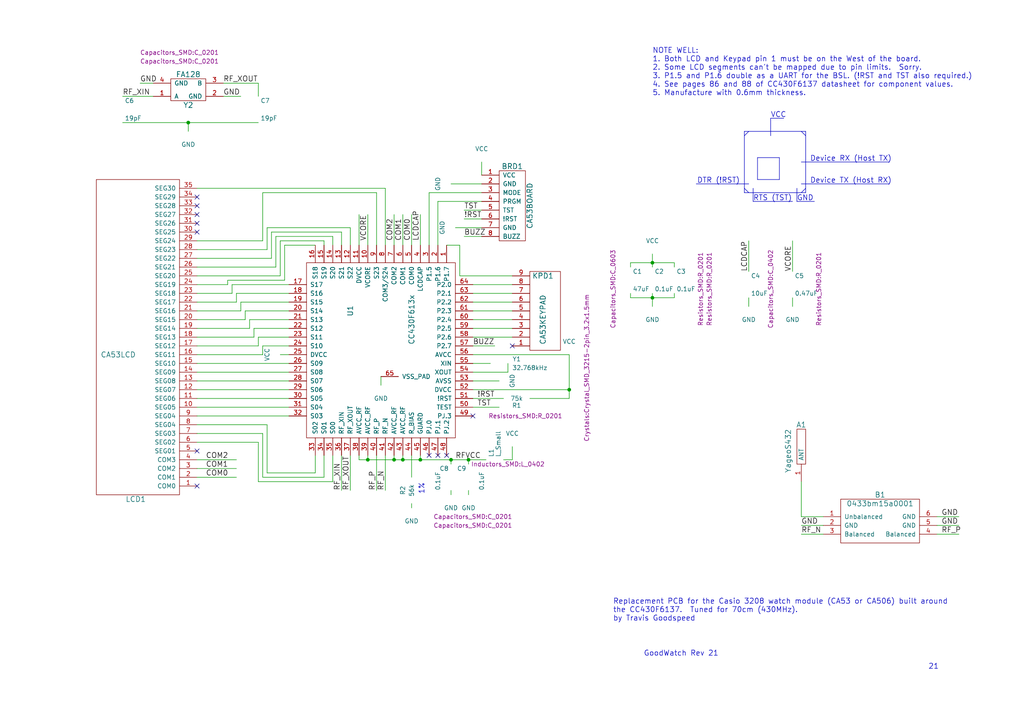
<source format=kicad_sch>
(kicad_sch (version 20230121) (generator eeschema)
  (paper "A4")
  (lib_symbols
    (symbol "goodwatch21:0433bm15a0001" (pin_names (offset 1.016))
      (property "Reference" "U" (at -1.27 10.16 0))
      (property "Value" "0433bm15a0001" (at -1.27 7.62 0))
      (symbol "0433bm15a0001_0_1"
        (rectangle (start -12.7 -3.81) (end 10.16 8.89))
      )
      (symbol "0433bm15a0001_1_1"
        (pin input line (at -17.78 3.81 0) (length 5.08) (name "Unbalanced") (number "1"))
        (pin input line (at -17.78 1.27 0) (length 5.08) (name "GND") (number "2"))
        (pin input line (at -17.78 -1.27 0) (length 5.08) (name "Balanced") (number "3"))
        (pin input line (at 15.24 -1.27 180) (length 5.08) (name "Balanced") (number "4"))
        (pin input line (at 15.24 1.27 180) (length 5.08) (name "GND") (number "5"))
        (pin input line (at 15.24 3.81 180) (length 5.08) (name "GND") (number "6"))
      )
    )
    (symbol "goodwatch21:CA53BOARD" (pin_names (offset 1.016))
      (property "Reference" "BRD" (at 12.7 -7.62 0))
      (property "Value" "CA53BOARD" (at 11.43 17.78 0))
      (symbol "CA53BOARD_0_1"
        (rectangle (start 8.89 -6.35) (end 16.51 13.97))
      )
      (symbol "CA53BOARD_1_1"
        (pin power_out line (at 3.81 12.7 0) (length 5.08) (name "VCC") (number "1"))
        (pin power_out line (at 3.81 10.16 0) (length 5.08) (name "GND") (number "2"))
        (pin output line (at 3.81 7.62 0) (length 5.08) (name "MODE") (number "3"))
        (pin output line (at 3.81 5.08 0) (length 5.08) (name "PRGM") (number "4"))
        (pin input line (at 3.81 2.54 0) (length 5.08) (name "TST") (number "5"))
        (pin input line (at 3.81 0 0) (length 5.08) (name "!RST") (number "6"))
        (pin input line (at 3.81 -2.54 0) (length 5.08) (name "GND") (number "7"))
        (pin input line (at 3.81 -5.08 0) (length 5.08) (name "BUZZ") (number "8"))
      )
    )
    (symbol "goodwatch21:CA53KEYPAD" (pin_names (offset 1.016))
      (property "Reference" "KPD" (at 3.81 -10.16 0))
      (property "Value" "CA53KEYPAD" (at 3.81 2.54 90))
      (symbol "CA53KEYPAD_0_1"
        (rectangle (start 0 11.43) (end 8.89 -11.43))
      )
      (symbol "CA53KEYPAD_1_1"
        (pin input line (at -5.08 10.16 0) (length 5.08) (name "~") (number "1"))
        (pin input line (at -5.08 7.62 0) (length 5.08) (name "~") (number "2"))
        (pin input line (at -5.08 5.08 0) (length 5.08) (name "~") (number "3"))
        (pin input line (at -5.08 2.54 0) (length 5.08) (name "~") (number "4"))
        (pin input line (at -5.08 0 0) (length 5.08) (name "~") (number "5"))
        (pin input line (at -5.08 -2.54 0) (length 5.08) (name "~") (number "6"))
        (pin input line (at -5.08 -5.08 0) (length 5.08) (name "~") (number "7"))
        (pin input line (at -5.08 -7.62 0) (length 5.08) (name "~") (number "8"))
        (pin input line (at -5.08 -10.16 0) (length 5.08) (name "~") (number "9"))
      )
    )
    (symbol "goodwatch21:CA53LCD" (pin_names (offset 1.016))
      (property "Reference" "LCD" (at -5.08 45.72 0))
      (property "Value" "CA53LCD" (at 0 3.81 0))
      (symbol "CA53LCD_0_1"
        (rectangle (start 6.35 -46.99) (end -17.78 44.45))
      )
      (symbol "CA53LCD_1_1"
        (pin input line (at -22.86 41.91 0) (length 5.08) (name "COM0") (number "1"))
        (pin input line (at -22.86 19.05 0) (length 5.08) (name "SEG05") (number "10"))
        (pin input line (at -22.86 16.51 0) (length 5.08) (name "SEG06") (number "11"))
        (pin input line (at -22.86 13.97 0) (length 5.08) (name "SEG07") (number "12"))
        (pin input line (at -22.86 11.43 0) (length 5.08) (name "SEG08") (number "13"))
        (pin input line (at -22.86 8.89 0) (length 5.08) (name "SEG09") (number "14"))
        (pin input line (at -22.86 6.35 0) (length 5.08) (name "SEG10") (number "15"))
        (pin input line (at -22.86 3.81 0) (length 5.08) (name "SEG11") (number "16"))
        (pin input line (at -22.86 1.27 0) (length 5.08) (name "SEG12") (number "17"))
        (pin input line (at -22.86 -1.27 0) (length 5.08) (name "SEG13") (number "18"))
        (pin input line (at -22.86 -3.81 0) (length 5.08) (name "SEG14") (number "19"))
        (pin input line (at -22.86 39.37 0) (length 5.08) (name "COM1") (number "2"))
        (pin input line (at -22.86 -6.35 0) (length 5.08) (name "SEG15") (number "20"))
        (pin input line (at -22.86 -8.89 0) (length 5.08) (name "SEG16") (number "21"))
        (pin input line (at -22.86 -11.43 0) (length 5.08) (name "SEG17") (number "22"))
        (pin input line (at -22.86 -13.97 0) (length 5.08) (name "SEG18") (number "23"))
        (pin input line (at -22.86 -16.51 0) (length 5.08) (name "SEG19") (number "24"))
        (pin input line (at -22.86 -19.05 0) (length 5.08) (name "SEG20") (number "25"))
        (pin input line (at -22.86 -21.59 0) (length 5.08) (name "SEG21") (number "26"))
        (pin input line (at -22.86 -24.13 0) (length 5.08) (name "SEG22") (number "27"))
        (pin input line (at -22.86 -26.67 0) (length 5.08) (name "SEG23") (number "28"))
        (pin input line (at -22.86 -29.21 0) (length 5.08) (name "SEG24") (number "29"))
        (pin input line (at -22.86 36.83 0) (length 5.08) (name "COM2") (number "3"))
        (pin input line (at -22.86 -31.75 0) (length 5.08) (name "SEG25") (number "30"))
        (pin input line (at -22.86 -34.29 0) (length 5.08) (name "SEG26") (number "31"))
        (pin input line (at -22.86 -36.83 0) (length 5.08) (name "SEG27") (number "32"))
        (pin input line (at -22.86 -39.37 0) (length 5.08) (name "SEG28") (number "33"))
        (pin input line (at -22.86 -41.91 0) (length 5.08) (name "SEG29") (number "34"))
        (pin input line (at -22.86 -44.45 0) (length 5.08) (name "SEG30") (number "35"))
        (pin input line (at -22.86 34.29 0) (length 5.08) (name "COM3") (number "4"))
        (pin input line (at -22.86 31.75 0) (length 5.08) (name "SEG01") (number "5"))
        (pin input line (at -22.86 29.21 0) (length 5.08) (name "SEG02") (number "6"))
        (pin input line (at -22.86 26.67 0) (length 5.08) (name "SEG03") (number "7"))
        (pin input line (at -22.86 24.13 0) (length 5.08) (name "SEG04") (number "8"))
        (pin input line (at -22.86 21.59 0) (length 5.08) (name "SEG04") (number "9"))
      )
    )
    (symbol "goodwatch21:CC430F613x" (pin_names (offset 1.016))
      (property "Reference" "U" (at -11.43 -8.89 0))
      (property "Value" "CC430F613x" (at -8.89 8.89 0))
      (symbol "CC430F613x_0_1"
        (rectangle (start 25.4 -21.59) (end -25.4 21.59))
      )
      (symbol "CC430F613x_1_1"
        (pin tri_state line (at -30.48 19.05 0) (length 5.08) (name "P1.7") (number "1"))
        (pin power_out line (at -30.48 -3.81 0) (length 5.08) (name "VCORE") (number "10"))
        (pin power_in line (at -30.48 -6.35 0) (length 5.08) (name "DVCC") (number "11"))
        (pin output line (at -30.48 -8.89 0) (length 5.08) (name "S22") (number "12"))
        (pin output line (at -30.48 -11.43 0) (length 5.08) (name "S21") (number "13"))
        (pin output line (at -30.48 -13.97 0) (length 5.08) (name "S20") (number "14"))
        (pin output line (at -30.48 -16.51 0) (length 5.08) (name "S19") (number "15"))
        (pin output line (at -30.48 -19.05 0) (length 5.08) (name "S18") (number "16"))
        (pin output line (at -19.05 -26.67 90) (length 5.08) (name "S17") (number "17"))
        (pin output line (at -16.51 -26.67 90) (length 5.08) (name "S16") (number "18"))
        (pin output line (at -13.97 -26.67 90) (length 5.08) (name "S15") (number "19"))
        (pin tri_state line (at -30.48 16.51 0) (length 5.08) (name "P1.6") (number "2"))
        (pin output line (at -11.43 -26.67 90) (length 5.08) (name "S14") (number "20"))
        (pin output line (at -8.89 -26.67 90) (length 5.08) (name "S13") (number "21"))
        (pin output line (at -6.35 -26.67 90) (length 5.08) (name "S12") (number "22"))
        (pin output line (at -3.81 -26.67 90) (length 5.08) (name "S11") (number "23"))
        (pin output line (at -1.27 -26.67 90) (length 5.08) (name "S10") (number "24"))
        (pin power_in line (at 1.27 -26.67 90) (length 5.08) (name "DVCC") (number "25"))
        (pin output line (at 3.81 -26.67 90) (length 5.08) (name "S09") (number "26"))
        (pin output line (at 6.35 -26.67 90) (length 5.08) (name "S08") (number "27"))
        (pin output line (at 8.89 -26.67 90) (length 5.08) (name "S07") (number "28"))
        (pin output line (at 11.43 -26.67 90) (length 5.08) (name "S06") (number "29"))
        (pin tri_state line (at -30.48 13.97 0) (length 5.08) (name "P1.5") (number "3"))
        (pin output line (at 13.97 -26.67 90) (length 5.08) (name "S05") (number "30"))
        (pin output line (at 16.51 -26.67 90) (length 5.08) (name "S04") (number "31"))
        (pin output line (at 19.05 -26.67 90) (length 5.08) (name "S03") (number "32"))
        (pin output line (at 30.48 -19.05 180) (length 5.08) (name "S02") (number "33"))
        (pin output line (at 30.48 -16.51 180) (length 5.08) (name "S01") (number "34"))
        (pin output line (at 30.48 -13.97 180) (length 5.08) (name "S00") (number "35"))
        (pin input line (at 30.48 -11.43 180) (length 5.08) (name "RF_XIN") (number "36"))
        (pin input line (at 30.48 -8.89 180) (length 5.08) (name "RF_XOUT") (number "37"))
        (pin power_in line (at 30.48 -6.35 180) (length 5.08) (name "AVCC_RF") (number "38"))
        (pin power_in line (at 30.48 -3.81 180) (length 5.08) (name "AVCC_RF") (number "39"))
        (pin input line (at -30.48 11.43 0) (length 5.08) (name "LCDCAP") (number "4"))
        (pin output line (at 30.48 -1.27 180) (length 5.08) (name "RF_P") (number "40"))
        (pin output line (at 30.48 1.27 180) (length 5.08) (name "RF_N") (number "41"))
        (pin power_in line (at 30.48 3.81 180) (length 5.08) (name "AVCC_RF") (number "42"))
        (pin power_in line (at 30.48 6.35 180) (length 5.08) (name "AVCC_RF") (number "43"))
        (pin input line (at 30.48 8.89 180) (length 5.08) (name "R_BIAS") (number "44"))
        (pin input line (at 30.48 11.43 180) (length 5.08) (name "GUARD") (number "45"))
        (pin tri_state line (at 30.48 13.97 180) (length 5.08) (name "PJ.0") (number "46"))
        (pin tri_state line (at 30.48 16.51 180) (length 5.08) (name "PJ.1") (number "47"))
        (pin tri_state line (at 30.48 19.05 180) (length 5.08) (name "PJ.2") (number "48"))
        (pin tri_state line (at 19.05 26.67 270) (length 5.08) (name "PJ.3") (number "49"))
        (pin output line (at -30.48 8.89 0) (length 5.08) (name "COM0") (number "5"))
        (pin input line (at 16.51 26.67 270) (length 5.08) (name "TEST") (number "50"))
        (pin input line (at 13.97 26.67 270) (length 5.08) (name "!RST") (number "51"))
        (pin power_in line (at 11.43 26.67 270) (length 5.08) (name "DVCC") (number "52"))
        (pin power_in line (at 8.89 26.67 270) (length 5.08) (name "AVSS") (number "53"))
        (pin output line (at 6.35 26.67 270) (length 5.08) (name "XOUT") (number "54"))
        (pin input line (at 3.81 26.67 270) (length 5.08) (name "XIN") (number "55"))
        (pin power_in line (at 1.27 26.67 270) (length 5.08) (name "AVCC") (number "56"))
        (pin tri_state line (at -1.27 26.67 270) (length 5.08) (name "P2.7") (number "57"))
        (pin tri_state line (at -3.81 26.67 270) (length 5.08) (name "P2.6") (number "58"))
        (pin tri_state line (at -6.35 26.67 270) (length 5.08) (name "P2.5") (number "59"))
        (pin output line (at -30.48 6.35 0) (length 5.08) (name "COM1") (number "6"))
        (pin tri_state line (at -8.89 26.67 270) (length 5.08) (name "P2.4") (number "60"))
        (pin tri_state line (at -11.43 26.67 270) (length 5.08) (name "P2.3") (number "61"))
        (pin tri_state line (at -13.97 26.67 270) (length 5.08) (name "P2.2") (number "62"))
        (pin tri_state line (at -16.51 26.67 270) (length 5.08) (name "P2.1") (number "63"))
        (pin tri_state line (at -19.05 26.67 270) (length 5.08) (name "P2.0") (number "64"))
        (pin power_in line (at 7.62 0 90) (length 5.08) (name "VSS_PAD") (number "65"))
        (pin output line (at -30.48 3.81 0) (length 5.08) (name "COM2") (number "7"))
        (pin output line (at -30.48 1.27 0) (length 5.08) (name "COM3/S24") (number "8"))
        (pin output line (at -30.48 -1.27 0) (length 5.08) (name "S23") (number "9"))
      )
    )
    (symbol "goodwatch21:FA128" (pin_names (offset 1.016))
      (property "Reference" "X" (at 0 -5.08 0))
      (property "Value" "FA128" (at 0 3.81 0))
      (symbol "FA128_0_1"
        (rectangle (start -5.08 -3.81) (end 5.08 2.54))
      )
      (symbol "FA128_1_1"
        (pin input line (at -10.16 -2.54 0) (length 5.08) (name "A") (number "1"))
        (pin input line (at 10.16 -2.54 180) (length 5.08) (name "GND") (number "2"))
        (pin input line (at 10.16 1.27 180) (length 5.08) (name "B") (number "3"))
        (pin input line (at -10.16 1.27 0) (length 5.08) (name "GND") (number "4"))
      )
    )
    (symbol "goodwatch21:YageoS432" (pin_names (offset 1.016))
      (property "Reference" "A" (at 0 -7.62 0))
      (property "Value" "YageoS432" (at -3.81 2.54 90))
      (symbol "YageoS432_0_1"
        (rectangle (start -1.27 -1.27) (end 1.27 8.89))
      )
      (symbol "YageoS432_1_1"
        (pin input line (at 0 -6.35 90) (length 5.08) (name "ANT") (number "1"))
      )
    )
  )
  (junction (at 121.92 133.35))
  (junction (at 165.1 113.03))
  (junction (at 135.89 133.35))
  (junction (at 106.68 133.35))
  (junction (at 130.81 133.35))
  (junction (at 189.23 76.2))
  (junction (at 189.23 86.36))
  (junction (at 116.84 133.35))
  (junction (at 114.3 133.35))
  (junction (at 54.61 35.56))
  (no_connect (at 148.59 100.33))
  (no_connect (at 57.15 62.23))
  (no_connect (at 57.15 64.77))
  (no_connect (at 57.15 59.69))
  (no_connect (at 57.15 140.97))
  (no_connect (at 127 132.08))
  (no_connect (at 124.46 132.08))
  (no_connect (at 129.54 132.08))
  (no_connect (at 137.16 120.65))
  (no_connect (at 57.15 130.81))
  (no_connect (at 57.15 67.31))
  (no_connect (at 57.15 57.15))
  (wire (pts (xy 91.44 132.08) (xy 91.44 137.16)))
  (polyline (pts (xy 226.06 45.72) (xy 226.06 52.07)))
  (wire (pts (xy 83.82 82.55) (xy 67.31 82.55)))
  (wire (pts (xy 91.44 137.16) (xy 77.47 137.16)))
  (wire (pts (xy 137.16 100.33) (xy 143.51 100.33)))
  (wire (pts (xy 182.88 77.47) (xy 182.88 76.2)))
  (polyline (pts (xy 218.44 54.61) (xy 218.44 58.42)))
  (wire (pts (xy 72.39 92.71) (xy 72.39 95.25)))
  (wire (pts (xy 66.04 81.28) (xy 66.04 82.55)))
  (wire (pts (xy 127 71.12) (xy 127 58.42)))
  (wire (pts (xy 229.87 78.74) (xy 229.87 69.85)))
  (wire (pts (xy 101.6 66.04) (xy 77.47 66.04)))
  (wire (pts (xy 217.17 88.9) (xy 217.17 86.36)))
  (wire (pts (xy 64.77 24.13) (xy 74.93 24.13)))
  (polyline (pts (xy 232.41 46.99) (xy 257.81 46.99)))
  (wire (pts (xy 76.2 125.73) (xy 57.15 125.73)))
  (wire (pts (xy 116.84 132.08) (xy 116.84 133.35)))
  (wire (pts (xy 76.2 102.87) (xy 57.15 102.87)))
  (wire (pts (xy 189.23 85.09) (xy 189.23 86.36)))
  (wire (pts (xy 73.66 97.79) (xy 57.15 97.79)))
  (wire (pts (xy 271.78 149.86) (xy 278.13 149.86)))
  (wire (pts (xy 83.82 85.09) (xy 68.58 85.09)))
  (wire (pts (xy 74.93 24.13) (xy 74.93 27.94)))
  (wire (pts (xy 96.52 139.7) (xy 74.93 139.7)))
  (polyline (pts (xy 218.44 58.42) (xy 229.87 58.42)))
  (wire (pts (xy 80.01 77.47) (xy 57.15 77.47)))
  (polyline (pts (xy 201.93 53.34) (xy 217.17 53.34)))
  (wire (pts (xy 114.3 132.08) (xy 114.3 133.35)))
  (wire (pts (xy 139.7 53.34) (xy 130.81 53.34)))
  (wire (pts (xy 124.46 71.12) (xy 124.46 55.88)))
  (wire (pts (xy 114.3 133.35) (xy 116.84 133.35)))
  (wire (pts (xy 106.68 62.23) (xy 106.68 71.12)))
  (wire (pts (xy 57.15 138.43) (xy 68.58 138.43)))
  (wire (pts (xy 116.84 133.35) (xy 121.92 133.35)))
  (wire (pts (xy 57.15 135.89) (xy 68.58 135.89)))
  (wire (pts (xy 106.68 132.08) (xy 106.68 133.35)))
  (polyline (pts (xy 233.68 39.37) (xy 232.41 38.1)))
  (wire (pts (xy 148.59 133.35) (xy 148.59 129.54)))
  (wire (pts (xy 93.98 132.08) (xy 93.98 138.43)))
  (wire (pts (xy 57.15 133.35) (xy 68.58 133.35)))
  (polyline (pts (xy 215.9 55.88) (xy 215.9 38.1)))
  (wire (pts (xy 83.82 115.57) (xy 57.15 115.57)))
  (wire (pts (xy 81.28 102.87) (xy 83.82 102.87)))
  (wire (pts (xy 71.12 90.17) (xy 71.12 92.71)))
  (wire (pts (xy 135.89 133.35) (xy 140.97 133.35)))
  (wire (pts (xy 165.1 115.57) (xy 153.67 115.57)))
  (wire (pts (xy 119.38 147.32) (xy 119.38 146.05)))
  (wire (pts (xy 195.58 86.36) (xy 195.58 85.09)))
  (wire (pts (xy 189.23 73.66) (xy 189.23 76.2)))
  (polyline (pts (xy 232.41 55.88) (xy 233.68 54.61)))
  (wire (pts (xy 96.52 71.12) (xy 96.52 68.58)))
  (polyline (pts (xy 215.9 54.61) (xy 217.17 55.88)))
  (wire (pts (xy 111.76 71.12) (xy 111.76 54.61)))
  (polyline (pts (xy 231.14 58.42) (xy 236.22 58.42)))
  (wire (pts (xy 77.47 137.16) (xy 77.47 123.19)))
  (wire (pts (xy 76.2 138.43) (xy 76.2 125.73)))
  (wire (pts (xy 135.89 134.62) (xy 135.89 133.35)))
  (wire (pts (xy 77.47 123.19) (xy 57.15 123.19)))
  (wire (pts (xy 217.17 78.74) (xy 217.17 69.85)))
  (wire (pts (xy 76.2 100.33) (xy 76.2 102.87)))
  (polyline (pts (xy 217.17 38.1) (xy 215.9 39.37)))
  (wire (pts (xy 78.74 74.93) (xy 57.15 74.93)))
  (wire (pts (xy 137.16 113.03) (xy 165.1 113.03)))
  (wire (pts (xy 82.55 71.12) (xy 82.55 81.28)))
  (wire (pts (xy 127 58.42) (xy 139.7 58.42)))
  (wire (pts (xy 96.52 132.08) (xy 96.52 139.7)))
  (wire (pts (xy 67.31 85.09) (xy 57.15 85.09)))
  (wire (pts (xy 182.88 76.2) (xy 189.23 76.2)))
  (wire (pts (xy 189.23 86.36) (xy 189.23 88.9)))
  (wire (pts (xy 121.92 132.08) (xy 121.92 133.35)))
  (wire (pts (xy 116.84 71.12) (xy 116.84 62.23)))
  (wire (pts (xy 67.31 82.55) (xy 67.31 85.09)))
  (wire (pts (xy 54.61 38.1) (xy 54.61 35.56)))
  (wire (pts (xy 76.2 55.88) (xy 76.2 69.85)))
  (wire (pts (xy 139.7 66.04) (xy 132.08 66.04)))
  (wire (pts (xy 271.78 152.4) (xy 278.13 152.4)))
  (wire (pts (xy 81.28 69.85) (xy 81.28 80.01)))
  (wire (pts (xy 130.81 134.62) (xy 130.81 133.35)))
  (wire (pts (xy 35.56 35.56) (xy 54.61 35.56)))
  (wire (pts (xy 74.93 100.33) (xy 57.15 100.33)))
  (wire (pts (xy 134.62 68.58) (xy 139.7 68.58)))
  (wire (pts (xy 189.23 76.2) (xy 195.58 76.2)))
  (wire (pts (xy 111.76 54.61) (xy 57.15 54.61)))
  (wire (pts (xy 104.14 62.23) (xy 104.14 71.12)))
  (wire (pts (xy 137.16 110.49) (xy 144.78 110.49)))
  (wire (pts (xy 54.61 35.56) (xy 74.93 35.56)))
  (wire (pts (xy 109.22 71.12) (xy 109.22 55.88)))
  (polyline (pts (xy 215.9 38.1) (xy 233.68 38.1)))
  (wire (pts (xy 68.58 87.63) (xy 57.15 87.63)))
  (wire (pts (xy 229.87 86.36) (xy 229.87 88.9)))
  (wire (pts (xy 133.35 71.12) (xy 129.54 71.12)))
  (wire (pts (xy 104.14 133.35) (xy 106.68 133.35)))
  (wire (pts (xy 83.82 90.17) (xy 71.12 90.17)))
  (wire (pts (xy 83.82 110.49) (xy 57.15 110.49)))
  (polyline (pts (xy 232.41 53.34) (xy 257.81 53.34)))
  (wire (pts (xy 83.82 113.03) (xy 57.15 113.03)))
  (wire (pts (xy 182.88 86.36) (xy 189.23 86.36)))
  (wire (pts (xy 109.22 55.88) (xy 76.2 55.88)))
  (wire (pts (xy 72.39 95.25) (xy 57.15 95.25)))
  (wire (pts (xy 96.52 68.58) (xy 80.01 68.58)))
  (wire (pts (xy 44.45 27.94) (xy 35.56 27.94)))
  (wire (pts (xy 77.47 72.39) (xy 57.15 72.39)))
  (wire (pts (xy 189.23 76.2) (xy 189.23 77.47)))
  (wire (pts (xy 182.88 85.09) (xy 182.88 86.36)))
  (wire (pts (xy 111.76 132.08) (xy 111.76 142.24)))
  (wire (pts (xy 99.06 67.31) (xy 78.74 67.31)))
  (wire (pts (xy 99.06 71.12) (xy 99.06 67.31)))
  (wire (pts (xy 66.04 82.55) (xy 57.15 82.55)))
  (wire (pts (xy 139.7 60.96) (xy 134.62 60.96)))
  (wire (pts (xy 83.82 95.25) (xy 73.66 95.25)))
  (wire (pts (xy 137.16 107.95) (xy 147.32 107.95)))
  (wire (pts (xy 109.22 132.08) (xy 109.22 142.24)))
  (wire (pts (xy 139.7 50.8) (xy 139.7 46.99)))
  (wire (pts (xy 83.82 107.95) (xy 57.15 107.95)))
  (polyline (pts (xy 219.71 45.72) (xy 226.06 45.72)))
  (wire (pts (xy 83.82 97.79) (xy 74.93 97.79)))
  (wire (pts (xy 119.38 132.08) (xy 119.38 138.43)))
  (wire (pts (xy 148.59 82.55) (xy 137.16 82.55)))
  (wire (pts (xy 83.82 100.33) (xy 76.2 100.33)))
  (wire (pts (xy 81.28 80.01) (xy 57.15 80.01)))
  (wire (pts (xy 121.92 133.35) (xy 130.81 133.35)))
  (wire (pts (xy 83.82 92.71) (xy 72.39 92.71)))
  (wire (pts (xy 147.32 107.95) (xy 147.32 105.41)))
  (wire (pts (xy 93.98 138.43) (xy 76.2 138.43)))
  (polyline (pts (xy 223.52 34.29) (xy 227.33 34.29)))
  (wire (pts (xy 148.59 80.01) (xy 133.35 80.01)))
  (wire (pts (xy 133.35 80.01) (xy 133.35 71.12)))
  (wire (pts (xy 99.06 132.08) (xy 99.06 142.24)))
  (wire (pts (xy 74.93 139.7) (xy 74.93 128.27)))
  (wire (pts (xy 271.78 154.94) (xy 278.13 154.94)))
  (wire (pts (xy 148.59 97.79) (xy 137.16 97.79)))
  (wire (pts (xy 165.1 113.03) (xy 165.1 115.57)))
  (wire (pts (xy 57.15 105.41) (xy 83.82 105.41)))
  (wire (pts (xy 114.3 71.12) (xy 114.3 62.23)))
  (wire (pts (xy 165.1 102.87) (xy 165.1 113.03)))
  (wire (pts (xy 71.12 92.71) (xy 57.15 92.71)))
  (wire (pts (xy 121.92 71.12) (xy 121.92 62.23)))
  (wire (pts (xy 78.74 67.31) (xy 78.74 74.93)))
  (wire (pts (xy 137.16 115.57) (xy 146.05 115.57)))
  (wire (pts (xy 148.59 133.35) (xy 146.05 133.35)))
  (wire (pts (xy 82.55 81.28) (xy 66.04 81.28)))
  (wire (pts (xy 93.98 71.12) (xy 93.98 69.85)))
  (polyline (pts (xy 219.71 52.07) (xy 219.71 45.72)))
  (wire (pts (xy 137.16 105.41) (xy 142.24 105.41)))
  (wire (pts (xy 80.01 68.58) (xy 80.01 77.47)))
  (wire (pts (xy 148.59 92.71) (xy 137.16 92.71)))
  (polyline (pts (xy 231.14 54.61) (xy 231.14 58.42)))
  (wire (pts (xy 83.82 120.65) (xy 57.15 120.65)))
  (wire (pts (xy 130.81 133.35) (xy 135.89 133.35)))
  (wire (pts (xy 137.16 102.87) (xy 165.1 102.87)))
  (polyline (pts (xy 233.68 55.88) (xy 215.9 55.88)))
  (wire (pts (xy 68.58 85.09) (xy 68.58 87.63)))
  (wire (pts (xy 137.16 90.17) (xy 148.59 90.17)))
  (wire (pts (xy 83.82 87.63) (xy 69.85 87.63)))
  (polyline (pts (xy 223.52 39.37) (xy 223.52 34.29)))
  (wire (pts (xy 130.81 143.51) (xy 130.81 142.24)))
  (wire (pts (xy 238.76 154.94) (xy 232.41 154.94)))
  (polyline (pts (xy 233.68 38.1) (xy 233.68 55.88)))
  (wire (pts (xy 74.93 97.79) (xy 74.93 100.33)))
  (wire (pts (xy 93.98 69.85) (xy 81.28 69.85)))
  (polyline (pts (xy 226.06 52.07) (xy 219.71 52.07)))
  (wire (pts (xy 232.41 139.7) (xy 232.41 149.86)))
  (wire (pts (xy 106.68 133.35) (xy 114.3 133.35)))
  (wire (pts (xy 110.49 109.22) (xy 110.49 111.76)))
  (wire (pts (xy 64.77 27.94) (xy 69.85 27.94)))
  (wire (pts (xy 101.6 71.12) (xy 101.6 66.04)))
  (wire (pts (xy 76.2 69.85) (xy 57.15 69.85)))
  (wire (pts (xy 101.6 132.08) (xy 101.6 142.24)))
  (wire (pts (xy 44.45 24.13) (xy 40.64 24.13)))
  (wire (pts (xy 238.76 152.4) (xy 232.41 152.4)))
  (wire (pts (xy 104.14 132.08) (xy 104.14 133.35)))
  (wire (pts (xy 137.16 95.25) (xy 148.59 95.25)))
  (wire (pts (xy 73.66 95.25) (xy 73.66 97.79)))
  (wire (pts (xy 189.23 86.36) (xy 195.58 86.36)))
  (wire (pts (xy 83.82 118.11) (xy 57.15 118.11)))
  (wire (pts (xy 195.58 76.2) (xy 195.58 77.47)))
  (wire (pts (xy 69.85 87.63) (xy 69.85 90.17)))
  (wire (pts (xy 135.89 143.51) (xy 135.89 142.24)))
  (wire (pts (xy 119.38 71.12) (xy 119.38 62.23)))
  (wire (pts (xy 77.47 66.04) (xy 77.47 72.39)))
  (wire (pts (xy 137.16 85.09) (xy 148.59 85.09)))
  (wire (pts (xy 137.16 118.11) (xy 144.78 118.11)))
  (wire (pts (xy 91.44 71.12) (xy 82.55 71.12)))
  (wire (pts (xy 124.46 55.88) (xy 139.7 55.88)))
  (wire (pts (xy 69.85 90.17) (xy 57.15 90.17)))
  (wire (pts (xy 134.62 63.5) (xy 139.7 63.5)))
  (wire (pts (xy 74.93 128.27) (xy 57.15 128.27)))
  (wire (pts (xy 148.59 87.63) (xy 137.16 87.63)))
  (wire (pts (xy 232.41 149.86) (xy 238.76 149.86)))
  (text "RTS (TST)" (at 218.44 58.42 0) (effects (font (size 1.524 1.524)) (justify left bottom)))
  (text "Device RX (Host TX)" (at 234.95 46.99 0) (effects (font (size 1.524 1.524)) (justify left bottom)))
  (text "Replacement PCB for the Casio 3208 watch module (CA53 or CA506) built around\nthe CC430F6137.  Tuned for 70cm (430MHz).\nby Travis Goodspeed" (at 177.8 180.34 0) (effects (font (size 1.524 1.524)) (justify left bottom)))
  (text "DTR (!RST)" (at 214.63 53.34 0) (effects (font (size 1.524 1.524)) (justify right bottom)))
  (text "Device TX (Host RX)" (at 234.95 53.34 0) (effects (font (size 1.524 1.524)) (justify left bottom)))
  (text "NOTE WELL:\n1. Both LCD and Keypad pin 1 must be on the West of the board.\n2. Some LCD segments can't be mapped due to pin limits.  Sorry.\n3. P1.5 and P1.6 double as a UART for the BSL. (!RST and TST also required.)\n4. See pages 86 and 88 of CC430F6137 datasheet for component values.\n5. Manufacture with 0.6mm thickness. " (at 189.23 27.94 0) (effects (font (size 1.524 1.524)) (justify left bottom)))
  (text "21" (at 269.24 194.31 0) (effects (font (size 1.524 1.524)) (justify left bottom)))
  (text "GND" (at 231.14 58.42 0) (effects (font (size 1.524 1.524)) (justify left bottom)))
  (text "GoodWatch Rev 21" (at 186.69 190.5 0) (effects (font (size 1.524 1.524)) (justify left bottom)))
  (text "VCC" (at 223.52 34.29 0) (effects (font (size 1.524 1.524)) (justify left bottom)))
  (text "1%" (at 123.19 143.51 90) (effects (font (size 1.524 1.524)) (justify left bottom)))
  (label "GND" (at 273.05 152.4 0) (effects (font (size 1.524 1.524))))
  (label "BUZZ" (at 137.16 100.33 0) (effects (font (size 1.524 1.524))))
  (label "RF_XIN" (at 99.06 142.24 90) (effects (font (size 1.524 1.524))))
  (label "RF_N" (at 111.76 142.24 90) (effects (font (size 1.524 1.524))))
  (label "TST" (at 138.43 118.11 0) (effects (font (size 1.524 1.524))))
  (label "COM1" (at 116.84 69.85 90) (effects (font (size 1.524 1.524))))
  (label "GND" (at 40.64 24.13 0) (effects (font (size 1.524 1.524))))
  (label "BUZZ" (at 134.62 68.58 0) (effects (font (size 1.524 1.524))))
  (label "COM2" (at 114.3 69.85 90) (effects (font (size 1.524 1.524))))
  (label "RF_XOUT" (at 101.6 142.24 90) (effects (font (size 1.524 1.524))))
  (label "RF_P" (at 109.22 142.24 90) (effects (font (size 1.524 1.524))))
  (label "GND" (at 273.05 149.86 0) (effects (font (size 1.524 1.524))))
  (label "VCORE" (at 229.87 78.74 90) (effects (font (size 1.524 1.524))))
  (label "RFVCC" (at 132.08 133.35 0) (effects (font (size 1.524 1.524))))
  (label "COM2" (at 59.69 133.35 0) (effects (font (size 1.524 1.524))))
  (label "LCDCAP" (at 121.92 69.85 90) (effects (font (size 1.524 1.524))))
  (label "COM0" (at 119.38 69.85 90) (effects (font (size 1.524 1.524))))
  (label "COM1" (at 59.69 135.89 0) (effects (font (size 1.524 1.524))))
  (label "VCORE" (at 106.68 69.85 90) (effects (font (size 1.524 1.524))))
  (label "!RST" (at 138.43 115.57 0) (effects (font (size 1.524 1.524))))
  (label "GND" (at 64.77 27.94 0) (effects (font (size 1.524 1.524))))
  (label "RF_P" (at 273.05 154.94 0) (effects (font (size 1.524 1.524))))
  (label "LCDCAP" (at 217.17 78.74 90) (effects (font (size 1.524 1.524))))
  (label "!RST" (at 134.62 63.5 0) (effects (font (size 1.524 1.524))))
  (label "COM0" (at 59.69 138.43 0) (effects (font (size 1.524 1.524))))
  (label "RF_XOUT" (at 64.77 24.13 0) (effects (font (size 1.524 1.524))))
  (label "RF_N" (at 232.41 154.94 0) (effects (font (size 1.524 1.524))))
  (label "RF_XIN" (at 35.56 27.94 0) (effects (font (size 1.524 1.524))))
  (label "GND" (at 232.41 152.4 0) (effects (font (size 1.524 1.524))))
  (label "TST" (at 134.62 60.96 0) (effects (font (size 1.524 1.524))))
  (symbol (lib_id "goodwatch21:CA53LCD") (at 34.29 99.06 180) (unit 1)
    (property "Reference" "LCD1" (at 39.37 144.78 0) (effects (font (size 1.524 1.524))))
    (property "Value" "CA53LCD" (at 34.29 102.87 0) (effects (font (size 1.524 1.524))))
    (property "Footprint" "AAgoodwatch21:ca53lcd" (effects hide))
  )
  (symbol (lib_id "goodwatch21:CC430F613x") (at 110.49 101.6 270) (unit 1)
    (property "Reference" "U1" (at 101.6 90.17 0) (effects (font (size 1.524 1.524))))
    (property "Value" "CC430F613x" (at 119.38 92.71 0) (effects (font (size 1.524 1.524))))
    (property "Footprint" "GoodWatch20:CC430F613x" (effects hide))
  )
  (symbol (lib_id "goodwatch21:CA53KEYPAD") (at 153.67 90.17 0) (mirror x) (unit 1)
    (property "Reference" "KPD1" (at 157.48 80.01 0) (effects (font (size 1.524 1.524))))
    (property "Value" "CA53KEYPAD" (at 157.48 92.71 90) (effects (font (size 1.524 1.524))))
    (property "Footprint" "GoodWatch20:ca53keypad" (effects hide))
  )
  (symbol (lib_id "goodwatch21:CA53BOARD") (at 135.89 63.5 0) (unit 1)
    (property "Reference" "BRD1" (at 148.59 48.26 0) (effects (font (size 1.524 1.524))))
    (property "Value" "CA53BOARD" (at 153.67 59.69 90) (effects (font (size 1.524 1.524))))
    (property "Footprint" "GoodWatch20:ca53board" (effects hide))
  )
  (symbol (lib_id "GND") (at 110.49 111.76 0) (unit 1)
    (property "Reference" "#PWR01" (effects hide))
    (property "Value" "GND" (at 110.49 115.57 0))
  )
  (symbol (lib_id "GND") (at 130.81 53.34 270) (unit 1)
    (property "Reference" "#PWR02" (effects hide))
    (property "Value" "GND" (at 127 53.34 0))
  )
  (symbol (lib_id "VCC") (at 139.7 46.99 0) (unit 1)
    (property "Reference" "#PWR03" (effects hide))
    (property "Value" "VCC" (at 139.7 43.18 0))
  )
  (symbol (lib_id "VCC") (at 104.14 62.23 0) (unit 1)
    (property "Reference" "#PWR04" (effects hide))
    (property "Value" "VCC" (at 104.14 58.42 0))
  )
  (symbol (lib_id "VCC") (at 165.1 102.87 0) (unit 1)
    (property "Reference" "#PWR05" (effects hide))
    (property "Value" "VCC" (at 165.1 99.06 0))
  )
  (symbol (lib_id "Crystal_Small") (at 144.78 105.41 0) (unit 1)
    (property "Reference" "Y1" (at 149.86 104.14 0))
    (property "Value" "32.768kHz" (at 153.67 106.68 0))
    (property "Footprint" "Crystals:Crystal_SMD_3215-2pin_3.2x1.5mm" (at 170.18 106.68 90))
  )
  (symbol (lib_id "GND") (at 144.78 110.49 90) (unit 1)
    (property "Reference" "#PWR06" (effects hide))
    (property "Value" "GND" (at 148.59 110.49 0))
  )
  (symbol (lib_id "VCC") (at 81.28 102.87 90) (unit 1)
    (property "Reference" "#PWR07" (effects hide))
    (property "Value" "VCC" (at 77.47 102.87 0))
  )
  (symbol (lib_id "C") (at 182.88 81.28 0) (unit 1)
    (property "Reference" "C1" (at 183.515 78.74 0) (effects (justify left)))
    (property "Value" "47uF" (at 183.515 83.82 0) (effects (justify left)))
    (property "Footprint" "Capacitors_SMD:C_0603" (at 177.8 83.82 90))
  )
  (symbol (lib_id "C") (at 189.23 81.28 0) (unit 1)
    (property "Reference" "C2" (at 189.865 78.74 0) (effects (justify left)))
    (property "Value" "0.1uF" (at 189.865 83.82 0) (effects (justify left)))
    (property "Footprint" "Resistors_SMD:R_0201" (at 203.2 83.82 90))
  )
  (symbol (lib_id "C") (at 195.58 81.28 0) (unit 1)
    (property "Reference" "C3" (at 196.215 78.74 0) (effects (justify left)))
    (property "Value" "0.1uF" (at 196.215 83.82 0) (effects (justify left)))
    (property "Footprint" "Resistors_SMD:R_0201" (at 205.74 83.82 90))
  )
  (symbol (lib_id "VCC") (at 189.23 73.66 0) (unit 1)
    (property "Reference" "#PWR08" (effects hide))
    (property "Value" "VCC" (at 189.23 69.85 0))
  )
  (symbol (lib_id "GND") (at 189.23 88.9 0) (unit 1)
    (property "Reference" "#PWR09" (effects hide))
    (property "Value" "GND" (at 189.23 92.71 0))
  )
  (symbol (lib_id "C") (at 217.17 82.55 0) (unit 1)
    (property "Reference" "C4" (at 217.805 80.01 0) (effects (justify left)))
    (property "Value" "10uF" (at 217.805 85.09 0) (effects (justify left)))
    (property "Footprint" "Capacitors_SMD:C_0402" (at 223.52 83.82 90))
  )
  (symbol (lib_id "GND") (at 217.17 88.9 0) (unit 1)
    (property "Reference" "#PWR010" (effects hide))
    (property "Value" "GND" (at 217.17 92.71 0))
  )
  (symbol (lib_id "C") (at 229.87 82.55 0) (unit 1)
    (property "Reference" "C5" (at 230.505 80.01 0) (effects (justify left)))
    (property "Value" "0.47uF" (at 230.505 85.09 0) (effects (justify left)))
    (property "Footprint" "Resistors_SMD:R_0201" (at 237.49 83.82 90))
  )
  (symbol (lib_id "GND") (at 229.87 88.9 0) (unit 1)
    (property "Reference" "#PWR011" (effects hide))
    (property "Value" "GND" (at 229.87 92.71 0))
  )
  (symbol (lib_id "goodwatch21:0433bm15a0001") (at 256.54 153.67 0) (unit 1)
    (property "Reference" "B1" (at 255.27 143.51 0) (effects (font (size 1.524 1.524))))
    (property "Value" "0433bm15a0001" (at 255.27 146.05 0) (effects (font (size 1.524 1.524))))
    (property "Footprint" "GoodWatch20:0433bm15a0001" (effects hide))
  )
  (symbol (lib_id "goodwatch21:YageoS432") (at 232.41 133.35 0) (unit 1)
    (property "Reference" "A1" (at 232.41 123.19 0) (effects (font (size 1.524 1.524))))
    (property "Value" "YageoS432" (at 228.6 130.81 90) (effects (font (size 1.524 1.524))))
    (property "Footprint" "GoodWatch20:YageoS432" (effects hide))
  )
  (symbol (lib_id "R") (at 119.38 142.24 0) (unit 1)
    (property "Reference" "R2" (at 116.84 142.24 90))
    (property "Value" "56k" (at 119.38 142.24 90))
    (property "Footprint" "Resistors_SMD:R_0201" (effects hide))
  )
  (symbol (lib_id "GND") (at 119.38 147.32 0) (unit 1)
    (property "Reference" "#PWR012" (effects hide))
    (property "Value" "GND" (at 119.38 151.13 0))
  )
  (symbol (lib_id "goodwatch21:FA128") (at 54.61 25.4 0) (unit 1)
    (property "Reference" "Y2" (at 54.61 30.48 0) (effects (font (size 1.524 1.524))))
    (property "Value" "FA128" (at 54.61 21.59 0) (effects (font (size 1.524 1.524))))
    (property "Footprint" "GoodWatch20:FA128" (effects hide))
  )
  (symbol (lib_id "C") (at 35.56 31.75 0) (unit 1)
    (property "Reference" "C6" (at 36.195 29.21 0) (effects (justify left)))
    (property "Value" "19pF" (at 36.195 34.29 0) (effects (justify left)))
    (property "Footprint" "Capacitors_SMD:C_0201" (at 52.07 17.78 0))
  )
  (symbol (lib_id "C") (at 74.93 31.75 0) (unit 1)
    (property "Reference" "C7" (at 75.565 29.21 0) (effects (justify left)))
    (property "Value" "19pF" (at 75.565 34.29 0) (effects (justify left)))
    (property "Footprint" "Capacitors_SMD:C_0201" (at 52.07 15.24 0))
  )
  (symbol (lib_id "GND") (at 54.61 38.1 0) (unit 1)
    (property "Reference" "#PWR013" (effects hide))
    (property "Value" "GND" (at 54.61 41.91 0))
  )
  (symbol (lib_id "R") (at 149.86 115.57 270) (unit 1)
    (property "Reference" "R1" (at 149.86 117.602 90))
    (property "Value" "75k" (at 149.86 115.57 90))
    (property "Footprint" "Resistors_SMD:R_0201" (at 152.4 120.65 90))
  )
  (symbol (lib_id "L_Small") (at 143.51 133.35 90) (unit 1)
    (property "Reference" "L1" (at 142.494 132.588 0) (effects (justify left)))
    (property "Value" "L_Small" (at 144.526 132.588 0) (effects (justify left)))
    (property "Footprint" "Inductors_SMD:L_0402" (at 147.32 134.62 90))
  )
  (symbol (lib_id "VCC") (at 148.59 129.54 0) (unit 1)
    (property "Reference" "#PWR014" (effects hide))
    (property "Value" "VCC" (at 148.59 125.73 0))
  )
  (symbol (lib_id "C") (at 130.81 138.43 0) (mirror y) (unit 1)
    (property "Reference" "C8" (at 130.175 135.89 0) (effects (justify left)))
    (property "Value" "0.1uF" (at 127 142.24 90) (effects (justify left)))
    (property "Footprint" "Capacitors_SMD:C_0201" (at 137.16 152.4 0))
  )
  (symbol (lib_id "C") (at 135.89 138.43 0) (mirror y) (unit 1)
    (property "Reference" "C9" (at 135.255 135.89 0) (effects (justify left)))
    (property "Value" "0.1uF" (at 139.7 142.24 90) (effects (justify left)))
    (property "Footprint" "Capacitors_SMD:C_0201" (at 137.16 149.86 0))
  )
  (symbol (lib_id "GND") (at 130.81 143.51 0) (unit 1)
    (property "Reference" "#PWR015" (effects hide))
    (property "Value" "GND" (at 130.81 147.32 0))
  )
  (symbol (lib_id "GND") (at 135.89 143.51 0) (unit 1)
    (property "Reference" "#PWR016" (effects hide))
    (property "Value" "GND" (at 135.89 147.32 0))
  )
  (symbol (lib_id "GND") (at 132.08 66.04 270) (unit 1)
    (property "Reference" "#PWR017" (effects hide))
    (property "Value" "GND" (at 128.27 66.04 0))
  )
)
</source>
